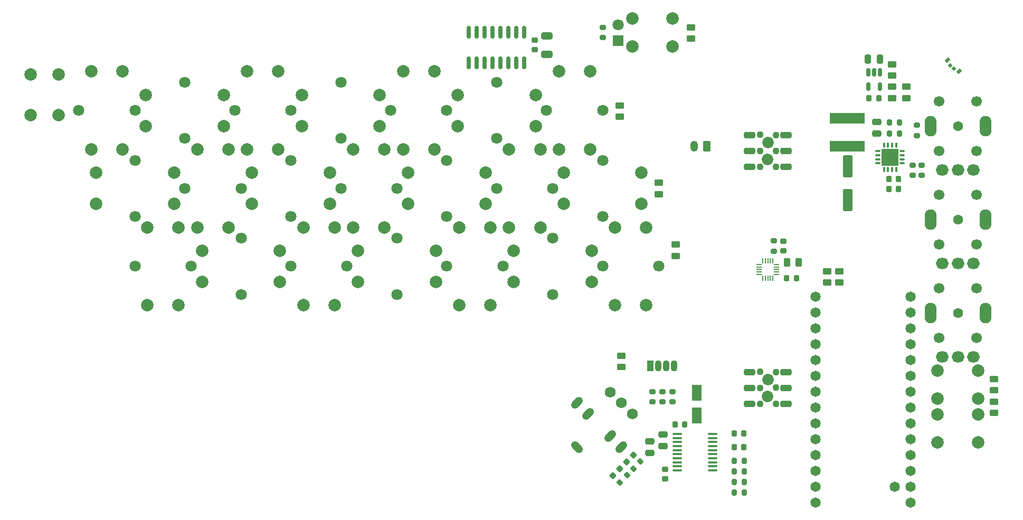
<source format=gbr>
%TF.GenerationSoftware,KiCad,Pcbnew,(6.0.10-0)*%
%TF.CreationDate,2024-12-15T11:01:57+01:00*%
%TF.ProjectId,MiniChord,4d696e69-4368-46f7-9264-2e6b69636164,rev?*%
%TF.SameCoordinates,Original*%
%TF.FileFunction,Soldermask,Top*%
%TF.FilePolarity,Negative*%
%FSLAX46Y46*%
G04 Gerber Fmt 4.6, Leading zero omitted, Abs format (unit mm)*
G04 Created by KiCad (PCBNEW (6.0.10-0)) date 2024-12-15 11:01:57*
%MOMM*%
%LPD*%
G01*
G04 APERTURE LIST*
G04 Aperture macros list*
%AMRoundRect*
0 Rectangle with rounded corners*
0 $1 Rounding radius*
0 $2 $3 $4 $5 $6 $7 $8 $9 X,Y pos of 4 corners*
0 Add a 4 corners polygon primitive as box body*
4,1,4,$2,$3,$4,$5,$6,$7,$8,$9,$2,$3,0*
0 Add four circle primitives for the rounded corners*
1,1,$1+$1,$2,$3*
1,1,$1+$1,$4,$5*
1,1,$1+$1,$6,$7*
1,1,$1+$1,$8,$9*
0 Add four rect primitives between the rounded corners*
20,1,$1+$1,$2,$3,$4,$5,0*
20,1,$1+$1,$4,$5,$6,$7,0*
20,1,$1+$1,$6,$7,$8,$9,0*
20,1,$1+$1,$8,$9,$2,$3,0*%
%AMHorizOval*
0 Thick line with rounded ends*
0 $1 width*
0 $2 $3 position (X,Y) of the first rounded end (center of the circle)*
0 $4 $5 position (X,Y) of the second rounded end (center of the circle)*
0 Add line between two ends*
20,1,$1,$2,$3,$4,$5,0*
0 Add two circle primitives to create the rounded ends*
1,1,$1,$2,$3*
1,1,$1,$4,$5*%
%AMFreePoly0*
4,1,14,0.354215,0.088284,0.450784,-0.008285,0.462500,-0.036569,0.462500,-0.060000,0.450784,-0.088284,0.422500,-0.100000,-0.422500,-0.100000,-0.450784,-0.088284,-0.462500,-0.060000,-0.462500,0.060000,-0.450784,0.088284,-0.422500,0.100000,0.325931,0.100000,0.354215,0.088284,0.354215,0.088284,$1*%
%AMFreePoly1*
4,1,14,0.450784,0.088284,0.462500,0.060000,0.462500,0.036569,0.450784,0.008285,0.354215,-0.088284,0.325931,-0.100000,-0.422500,-0.100000,-0.450784,-0.088284,-0.462500,-0.060000,-0.462500,0.060000,-0.450784,0.088284,-0.422500,0.100000,0.422500,0.100000,0.450784,0.088284,0.450784,0.088284,$1*%
%AMFreePoly2*
4,1,14,0.088284,0.450784,0.100000,0.422500,0.100000,-0.422500,0.088284,-0.450784,0.060000,-0.462500,-0.060000,-0.462500,-0.088284,-0.450784,-0.100000,-0.422500,-0.100000,0.325931,-0.088284,0.354215,0.008285,0.450784,0.036569,0.462500,0.060000,0.462500,0.088284,0.450784,0.088284,0.450784,$1*%
%AMFreePoly3*
4,1,14,-0.008285,0.450784,0.088284,0.354215,0.100000,0.325931,0.100000,-0.422500,0.088284,-0.450784,0.060000,-0.462500,-0.060000,-0.462500,-0.088284,-0.450784,-0.100000,-0.422500,-0.100000,0.422500,-0.088284,0.450784,-0.060000,0.462500,-0.036569,0.462500,-0.008285,0.450784,-0.008285,0.450784,$1*%
%AMFreePoly4*
4,1,14,0.450784,0.088284,0.462500,0.060000,0.462500,-0.060000,0.450784,-0.088284,0.422500,-0.100000,-0.325931,-0.100000,-0.354215,-0.088284,-0.450784,0.008285,-0.462500,0.036569,-0.462500,0.060000,-0.450784,0.088284,-0.422500,0.100000,0.422500,0.100000,0.450784,0.088284,0.450784,0.088284,$1*%
%AMFreePoly5*
4,1,14,0.450784,0.088284,0.462500,0.060000,0.462500,-0.060000,0.450784,-0.088284,0.422500,-0.100000,-0.422500,-0.100000,-0.450784,-0.088284,-0.462500,-0.060000,-0.462500,-0.036569,-0.450784,-0.008285,-0.354215,0.088284,-0.325931,0.100000,0.422500,0.100000,0.450784,0.088284,0.450784,0.088284,$1*%
%AMFreePoly6*
4,1,14,0.088284,0.450784,0.100000,0.422500,0.100000,-0.325931,0.088284,-0.354215,-0.008285,-0.450784,-0.036569,-0.462500,-0.060000,-0.462500,-0.088284,-0.450784,-0.100000,-0.422500,-0.100000,0.422500,-0.088284,0.450784,-0.060000,0.462500,0.060000,0.462500,0.088284,0.450784,0.088284,0.450784,$1*%
%AMFreePoly7*
4,1,14,0.088284,0.450784,0.100000,0.422500,0.100000,-0.422500,0.088284,-0.450784,0.060000,-0.462500,0.036569,-0.462500,0.008285,-0.450784,-0.088284,-0.354215,-0.100000,-0.325931,-0.100000,0.422500,-0.088284,0.450784,-0.060000,0.462500,0.060000,0.462500,0.088284,0.450784,0.088284,0.450784,$1*%
G04 Aperture macros list end*
%ADD10RoundRect,0.150000X0.150000X-0.825000X0.150000X0.825000X-0.150000X0.825000X-0.150000X-0.825000X0*%
%ADD11RoundRect,0.225000X-0.250000X0.225000X-0.250000X-0.225000X0.250000X-0.225000X0.250000X0.225000X0*%
%ADD12RoundRect,0.200000X-0.275000X0.200000X-0.275000X-0.200000X0.275000X-0.200000X0.275000X0.200000X0*%
%ADD13RoundRect,0.250000X-0.450000X0.262500X-0.450000X-0.262500X0.450000X-0.262500X0.450000X0.262500X0*%
%ADD14RoundRect,0.250000X-0.475000X0.250000X-0.475000X-0.250000X0.475000X-0.250000X0.475000X0.250000X0*%
%ADD15C,1.800000*%
%ADD16C,2.000000*%
%ADD17RoundRect,0.225000X-0.225000X-0.250000X0.225000X-0.250000X0.225000X0.250000X-0.225000X0.250000X0*%
%ADD18RoundRect,0.200000X-0.200000X-0.275000X0.200000X-0.275000X0.200000X0.275000X-0.200000X0.275000X0*%
%ADD19R,1.070000X1.800000*%
%ADD20O,1.070000X1.800000*%
%ADD21RoundRect,0.225000X0.017678X-0.335876X0.335876X-0.017678X-0.017678X0.335876X-0.335876X0.017678X0*%
%ADD22RoundRect,0.050000X0.388909X0.106066X0.106066X0.388909X-0.388909X-0.106066X-0.106066X-0.388909X0*%
%ADD23RoundRect,0.050000X0.300520X0.017678X0.017678X0.300520X-0.300520X-0.017678X-0.017678X-0.300520X0*%
%ADD24RoundRect,0.250000X0.475000X-0.250000X0.475000X0.250000X-0.475000X0.250000X-0.475000X-0.250000X0*%
%ADD25RoundRect,0.250000X0.450000X-0.262500X0.450000X0.262500X-0.450000X0.262500X-0.450000X-0.262500X0*%
%ADD26RoundRect,0.200000X0.275000X-0.200000X0.275000X0.200000X-0.275000X0.200000X-0.275000X-0.200000X0*%
%ADD27R,1.800000X1.800000*%
%ADD28RoundRect,0.225000X0.225000X0.250000X-0.225000X0.250000X-0.225000X-0.250000X0.225000X-0.250000X0*%
%ADD29RoundRect,0.250000X-0.250000X-0.475000X0.250000X-0.475000X0.250000X0.475000X-0.250000X0.475000X0*%
%ADD30C,1.700000*%
%ADD31C,1.600000*%
%ADD32O,1.900000X3.300000*%
%ADD33O,2.050000X1.800000*%
%ADD34RoundRect,0.250000X-0.550000X1.500000X-0.550000X-1.500000X0.550000X-1.500000X0.550000X1.500000X0*%
%ADD35RoundRect,0.250000X-0.262500X-0.450000X0.262500X-0.450000X0.262500X0.450000X-0.262500X0.450000X0*%
%ADD36RoundRect,0.200000X-0.053033X0.335876X-0.335876X0.053033X0.053033X-0.335876X0.335876X-0.053033X0*%
%ADD37RoundRect,0.150000X-0.150000X0.512500X-0.150000X-0.512500X0.150000X-0.512500X0.150000X0.512500X0*%
%ADD38C,1.100000*%
%ADD39C,1.850000*%
%ADD40RoundRect,0.255000X-0.635000X0.255000X-0.635000X-0.255000X0.635000X-0.255000X0.635000X0.255000X0*%
%ADD41RoundRect,0.250000X-0.650000X0.325000X-0.650000X-0.325000X0.650000X-0.325000X0.650000X0.325000X0*%
%ADD42RoundRect,0.087500X-0.325000X-0.087500X0.325000X-0.087500X0.325000X0.087500X-0.325000X0.087500X0*%
%ADD43RoundRect,0.087500X-0.087500X-0.325000X0.087500X-0.325000X0.087500X0.325000X-0.087500X0.325000X0*%
%ADD44R,2.700000X2.700000*%
%ADD45R,5.700000X1.700000*%
%ADD46RoundRect,0.200000X0.053033X-0.335876X0.335876X-0.053033X-0.053033X0.335876X-0.335876X0.053033X0*%
%ADD47RoundRect,0.200000X0.200000X0.275000X-0.200000X0.275000X-0.200000X-0.275000X0.200000X-0.275000X0*%
%ADD48C,1.750000*%
%ADD49HorizOval,1.200000X-0.353553X-0.353553X0.353553X0.353553X0*%
%ADD50HorizOval,1.200000X0.353553X-0.353553X-0.353553X0.353553X0*%
%ADD51HorizOval,1.200000X0.353553X0.353553X-0.353553X-0.353553X0*%
%ADD52RoundRect,0.100000X-0.637500X-0.100000X0.637500X-0.100000X0.637500X0.100000X-0.637500X0.100000X0*%
%ADD53RoundRect,0.250000X-0.550000X1.050000X-0.550000X-1.050000X0.550000X-1.050000X0.550000X1.050000X0*%
%ADD54RoundRect,0.225000X-0.017678X0.335876X-0.335876X0.017678X0.017678X-0.335876X0.335876X-0.017678X0*%
%ADD55FreePoly0,180.000000*%
%ADD56RoundRect,0.050000X0.412500X0.050000X-0.412500X0.050000X-0.412500X-0.050000X0.412500X-0.050000X0*%
%ADD57FreePoly1,180.000000*%
%ADD58FreePoly2,180.000000*%
%ADD59RoundRect,0.050000X0.050000X0.412500X-0.050000X0.412500X-0.050000X-0.412500X0.050000X-0.412500X0*%
%ADD60FreePoly3,180.000000*%
%ADD61FreePoly4,180.000000*%
%ADD62FreePoly5,180.000000*%
%ADD63FreePoly6,180.000000*%
%ADD64FreePoly7,180.000000*%
%ADD65RoundRect,0.250000X0.350000X0.625000X-0.350000X0.625000X-0.350000X-0.625000X0.350000X-0.625000X0*%
%ADD66O,1.200000X1.750000*%
%ADD67C,1.650000*%
G04 APERTURE END LIST*
D10*
%TO.C,U4*%
X88555000Y-77875000D03*
X89825000Y-77875000D03*
X91095000Y-77875000D03*
X92365000Y-77875000D03*
X93635000Y-77875000D03*
X94905000Y-77875000D03*
X96175000Y-77875000D03*
X97445000Y-77875000D03*
X97445000Y-72925000D03*
X96175000Y-72925000D03*
X94905000Y-72925000D03*
X93635000Y-72925000D03*
X92365000Y-72925000D03*
X91095000Y-72925000D03*
X89825000Y-72925000D03*
X88555000Y-72925000D03*
%TD*%
D11*
%TO.C,C7*%
X99100000Y-74225000D03*
X99100000Y-75775000D03*
%TD*%
D12*
%TO.C,R2*%
X159700000Y-94275000D03*
X159700000Y-95925000D03*
%TD*%
D13*
%TO.C,R13*%
X121700000Y-106987500D03*
X121700000Y-108812500D03*
%TD*%
D14*
%TO.C,C9*%
X119700000Y-137450000D03*
X119700000Y-139350000D03*
%TD*%
D15*
%TO.C,SW11*%
X77000000Y-98000000D03*
X68000000Y-98000000D03*
D16*
X75000000Y-91750000D03*
X75000000Y-104250000D03*
X70000000Y-91750000D03*
X70000000Y-104250000D03*
%TD*%
D17*
%TO.C,C11*%
X121625000Y-135900000D03*
X123175000Y-135900000D03*
%TD*%
D16*
%TO.C,SW26*%
X121250000Y-75250000D03*
X114750000Y-75250000D03*
X121250000Y-70750000D03*
X114750000Y-70750000D03*
%TD*%
D18*
%TO.C,R29*%
X131075000Y-145100000D03*
X132725000Y-145100000D03*
%TD*%
%TO.C,R27*%
X131075000Y-141700000D03*
X132725000Y-141700000D03*
%TD*%
D19*
%TO.C,D2*%
X117640000Y-126500000D03*
D20*
X118910000Y-126500000D03*
X120180000Y-126500000D03*
X121450000Y-126500000D03*
%TD*%
D12*
%TO.C,R7*%
X160400000Y-87875000D03*
X160400000Y-89525000D03*
%TD*%
D21*
%TO.C,C16*%
X111651992Y-144048008D03*
X112748008Y-142951992D03*
%TD*%
D15*
%TO.C,SW12*%
X85000000Y-93500000D03*
X85000000Y-102500000D03*
D16*
X91250000Y-100500000D03*
X78750000Y-100500000D03*
X91250000Y-95500000D03*
X78750000Y-95500000D03*
%TD*%
D15*
%TO.C,SW15*%
X35000000Y-110500000D03*
X44000000Y-110500000D03*
D16*
X42000000Y-104250000D03*
X42000000Y-116750000D03*
X37000000Y-104250000D03*
X37000000Y-116750000D03*
%TD*%
D22*
%TO.C,D3*%
X167146536Y-79257627D03*
D23*
X166315685Y-78815685D03*
X165750000Y-78250000D03*
D22*
X165308058Y-77419149D03*
%TD*%
D11*
%TO.C,C19*%
X139000000Y-106475000D03*
X139000000Y-108025000D03*
%TD*%
D24*
%TO.C,C4*%
X154000000Y-89250000D03*
X154000000Y-87350000D03*
%TD*%
D25*
%TO.C,R10*%
X148000000Y-113112500D03*
X148000000Y-111287500D03*
%TD*%
D26*
%TO.C,R15*%
X137500000Y-108075000D03*
X137500000Y-106425000D03*
%TD*%
D15*
%TO.C,SW10*%
X60000000Y-93500000D03*
X60000000Y-102500000D03*
D16*
X66250000Y-100500000D03*
X53750000Y-100500000D03*
X66250000Y-95500000D03*
X53750000Y-95500000D03*
%TD*%
D18*
%TO.C,R28*%
X131075000Y-143400000D03*
X132725000Y-143400000D03*
%TD*%
D25*
%TO.C,R1*%
X158700000Y-83520000D03*
X158700000Y-81695000D03*
%TD*%
D27*
%TO.C,D1*%
X112500000Y-74270000D03*
D15*
X112500000Y-71730000D03*
%TD*%
%TO.C,SW21*%
X110000000Y-110500000D03*
X119000000Y-110500000D03*
D16*
X117000000Y-104250000D03*
X117000000Y-116750000D03*
X112000000Y-104250000D03*
X112000000Y-116750000D03*
%TD*%
D13*
%TO.C,R12*%
X119000000Y-97087500D03*
X119000000Y-98912500D03*
%TD*%
%TO.C,R39*%
X172800000Y-132200000D03*
X172800000Y-134025000D03*
%TD*%
D12*
%TO.C,R37*%
X118000000Y-130575000D03*
X118000000Y-132225000D03*
%TD*%
D15*
%TO.C,SW6*%
X93000000Y-81000000D03*
X93000000Y-90000000D03*
D16*
X99250000Y-88000000D03*
X86750000Y-88000000D03*
X99250000Y-83000000D03*
X86750000Y-83000000D03*
%TD*%
D15*
%TO.C,SW14*%
X110000000Y-102500000D03*
X110000000Y-93500000D03*
D16*
X116250000Y-100500000D03*
X103750000Y-100500000D03*
X116250000Y-95500000D03*
X103750000Y-95500000D03*
%TD*%
D15*
%TO.C,SW2*%
X43000000Y-90000000D03*
X43000000Y-81000000D03*
D16*
X49250000Y-88000000D03*
X36750000Y-88000000D03*
X49250000Y-83000000D03*
X36750000Y-83000000D03*
%TD*%
D12*
%TO.C,R35*%
X121200000Y-130575000D03*
X121200000Y-132225000D03*
%TD*%
D28*
%TO.C,C1*%
X157475000Y-98100000D03*
X155925000Y-98100000D03*
%TD*%
D15*
%TO.C,SW17*%
X60000000Y-110500000D03*
X69000000Y-110500000D03*
D16*
X67000000Y-104250000D03*
X67000000Y-116750000D03*
X62000000Y-104250000D03*
X62000000Y-116750000D03*
%TD*%
D29*
%TO.C,C18*%
X152550000Y-77307500D03*
X154450000Y-77307500D03*
%TD*%
D30*
%TO.C,RV3*%
X170000000Y-84030000D03*
X170000000Y-92030000D03*
X164000000Y-84030000D03*
D31*
X167000000Y-88030000D03*
D32*
X171400000Y-88030000D03*
D30*
X164000000Y-92030000D03*
D32*
X162600000Y-88030000D03*
D33*
X164500000Y-95030000D03*
X167000000Y-95030000D03*
X169500000Y-95030000D03*
%TD*%
D34*
%TO.C,C5*%
X149300000Y-94500000D03*
X149300000Y-99900000D03*
%TD*%
D35*
%TO.C,R14*%
X139587500Y-109900000D03*
X141412500Y-109900000D03*
%TD*%
D15*
%TO.C,SW13*%
X102000000Y-98000000D03*
X93000000Y-98000000D03*
D16*
X100000000Y-91750000D03*
X100000000Y-104250000D03*
X95000000Y-91750000D03*
X95000000Y-104250000D03*
%TD*%
%TO.C,SW24*%
X170250000Y-131750000D03*
X163750000Y-131750000D03*
X170250000Y-127250000D03*
X163750000Y-127250000D03*
%TD*%
D17*
%TO.C,C13*%
X131125000Y-139500000D03*
X132675000Y-139500000D03*
%TD*%
D36*
%TO.C,R32*%
X116083363Y-141816637D03*
X114916637Y-142983363D03*
%TD*%
D15*
%TO.C,SW18*%
X77000000Y-115000000D03*
X77000000Y-106000000D03*
D16*
X83250000Y-113000000D03*
X70750000Y-113000000D03*
X83250000Y-108000000D03*
X70750000Y-108000000D03*
%TD*%
D37*
%TO.C,U3*%
X154500000Y-79388750D03*
X153550000Y-79388750D03*
X152600000Y-79388750D03*
X152600000Y-81663750D03*
X154500000Y-81663750D03*
%TD*%
D15*
%TO.C,SW16*%
X52000000Y-115000000D03*
X52000000Y-106000000D03*
D16*
X58250000Y-113000000D03*
X45750000Y-113000000D03*
X58250000Y-108000000D03*
X45750000Y-108000000D03*
%TD*%
D13*
%TO.C,R16*%
X113000000Y-124837500D03*
X113000000Y-126662500D03*
%TD*%
D15*
%TO.C,SW20*%
X102000000Y-106000000D03*
X102000000Y-115000000D03*
D16*
X108250000Y-113000000D03*
X95750000Y-113000000D03*
X108250000Y-108000000D03*
X95750000Y-108000000D03*
%TD*%
D28*
%TO.C,C3*%
X157475000Y-96500000D03*
X155925000Y-96500000D03*
%TD*%
D38*
%TO.C,J1*%
X137800000Y-89450000D03*
X135230000Y-94540000D03*
X135250000Y-89400000D03*
X137825000Y-91975000D03*
D39*
X136450000Y-93350000D03*
D38*
X137770000Y-94540000D03*
X135230000Y-92000000D03*
D39*
X136500000Y-90625000D03*
D40*
X139410000Y-89470000D03*
X139410000Y-92000000D03*
X139410000Y-94540000D03*
X133590000Y-89460000D03*
X133590000Y-92000000D03*
X133590000Y-94540000D03*
%TD*%
D41*
%TO.C,C6*%
X101100000Y-73525000D03*
X101100000Y-76475000D03*
%TD*%
D12*
%TO.C,R34*%
X110000000Y-72175000D03*
X110000000Y-73825000D03*
%TD*%
D13*
%TO.C,R8*%
X156400000Y-81695000D03*
X156400000Y-83520000D03*
%TD*%
D30*
%TO.C,RV2*%
X170000000Y-99030000D03*
D32*
X171400000Y-103030000D03*
D30*
X164000000Y-107030000D03*
D31*
X167000000Y-103030000D03*
D30*
X170000000Y-107030000D03*
D32*
X162600000Y-103030000D03*
D30*
X164000000Y-99030000D03*
D33*
X164500000Y-110030000D03*
X167000000Y-110030000D03*
X169500000Y-110030000D03*
%TD*%
D13*
%TO.C,R4*%
X156400000Y-78095000D03*
X156400000Y-79920000D03*
%TD*%
D15*
%TO.C,SW4*%
X68000000Y-81000000D03*
X68000000Y-90000000D03*
D16*
X74250000Y-88000000D03*
X61750000Y-88000000D03*
X74250000Y-83000000D03*
X61750000Y-83000000D03*
%TD*%
%TO.C,SW22*%
X22750000Y-79750000D03*
X22750000Y-86250000D03*
X18250000Y-79750000D03*
X18250000Y-86250000D03*
%TD*%
D42*
%TO.C,U2*%
X154137500Y-92025000D03*
X154137500Y-92675000D03*
X154137500Y-93325000D03*
X154137500Y-93975000D03*
D43*
X155125000Y-94962500D03*
X155775000Y-94962500D03*
X156425000Y-94962500D03*
X157075000Y-94962500D03*
D42*
X158062500Y-93975000D03*
X158062500Y-93325000D03*
X158062500Y-92675000D03*
X158062500Y-92025000D03*
D43*
X157075000Y-91037500D03*
X156425000Y-91037500D03*
X155775000Y-91037500D03*
X155125000Y-91037500D03*
D44*
X156100000Y-93000000D03*
%TD*%
D45*
%TO.C,L1*%
X149200000Y-86750000D03*
X149200000Y-91250000D03*
%TD*%
D39*
%TO.C,J4*%
X136450000Y-131350000D03*
D38*
X137800000Y-127450000D03*
X137825000Y-129975000D03*
X135230000Y-130000000D03*
X137770000Y-132540000D03*
X135230000Y-132540000D03*
X135250000Y-127400000D03*
D39*
X136500000Y-128625000D03*
D40*
X139410000Y-127470000D03*
X139410000Y-130000000D03*
X139410000Y-132540000D03*
X133590000Y-127460000D03*
X133590000Y-130000000D03*
X133590000Y-132540000D03*
%TD*%
D15*
%TO.C,SW5*%
X76000000Y-85500000D03*
X85000000Y-85500000D03*
D16*
X83000000Y-79250000D03*
X83000000Y-91750000D03*
X78000000Y-79250000D03*
X78000000Y-91750000D03*
%TD*%
D15*
%TO.C,SW19*%
X85000000Y-110500000D03*
X94000000Y-110500000D03*
D16*
X92000000Y-104250000D03*
X92000000Y-116750000D03*
X87000000Y-104250000D03*
X87000000Y-116750000D03*
%TD*%
D15*
%TO.C,SW9*%
X43000000Y-98000000D03*
X52000000Y-98000000D03*
D16*
X50000000Y-91750000D03*
X50000000Y-104250000D03*
X45000000Y-91750000D03*
X45000000Y-104250000D03*
%TD*%
D46*
%TO.C,R31*%
X112733274Y-145166726D03*
X113900000Y-144000000D03*
%TD*%
D31*
%TO.C,RV1*%
X167000000Y-118000000D03*
D32*
X162600000Y-118000000D03*
D30*
X170000000Y-122000000D03*
X164000000Y-114000000D03*
X164000000Y-122000000D03*
D32*
X171400000Y-118000000D03*
D30*
X170000000Y-114000000D03*
D33*
X164500000Y-125000000D03*
X167000000Y-125000000D03*
X169500000Y-125000000D03*
%TD*%
D17*
%TO.C,C2*%
X152725000Y-83507500D03*
X154275000Y-83507500D03*
%TD*%
D25*
%TO.C,R9*%
X146000000Y-113112500D03*
X146000000Y-111287500D03*
%TD*%
D47*
%TO.C,R6*%
X157625000Y-87400000D03*
X155975000Y-87400000D03*
%TD*%
D15*
%TO.C,SW7*%
X110000000Y-85500000D03*
X101000000Y-85500000D03*
D16*
X108000000Y-79250000D03*
X108000000Y-91750000D03*
X103000000Y-79250000D03*
X103000000Y-91750000D03*
%TD*%
D15*
%TO.C,SW3*%
X51000000Y-85500000D03*
X60000000Y-85500000D03*
D16*
X58000000Y-79250000D03*
X58000000Y-91750000D03*
X53000000Y-79250000D03*
X53000000Y-91750000D03*
%TD*%
D25*
%TO.C,R38*%
X172800000Y-130400000D03*
X172800000Y-128575000D03*
%TD*%
D18*
%TO.C,R30*%
X131075000Y-146800000D03*
X132725000Y-146800000D03*
%TD*%
D48*
%TO.C,J2*%
X114738835Y-134196699D03*
X112971068Y-132428932D03*
X111203301Y-130661165D03*
D49*
X105900000Y-132428932D03*
X107667767Y-134196699D03*
D50*
X105900000Y-139500000D03*
D51*
X112971068Y-139500000D03*
X111203301Y-137732233D03*
%TD*%
D25*
%TO.C,R40*%
X124200000Y-73987500D03*
X124200000Y-72162500D03*
%TD*%
D52*
%TO.C,U5*%
X121937500Y-137375000D03*
X121937500Y-138025000D03*
X121937500Y-138675000D03*
X121937500Y-139325000D03*
X121937500Y-139975000D03*
X121937500Y-140625000D03*
X121937500Y-141275000D03*
X121937500Y-141925000D03*
X121937500Y-142575000D03*
X121937500Y-143225000D03*
X127662500Y-143225000D03*
X127662500Y-142575000D03*
X127662500Y-141925000D03*
X127662500Y-141275000D03*
X127662500Y-140625000D03*
X127662500Y-139975000D03*
X127662500Y-139325000D03*
X127662500Y-138675000D03*
X127662500Y-138025000D03*
X127662500Y-137375000D03*
%TD*%
D15*
%TO.C,SW1*%
X26000000Y-85500000D03*
X35000000Y-85500000D03*
D16*
X33000000Y-79250000D03*
X33000000Y-91750000D03*
X28000000Y-79250000D03*
X28000000Y-91750000D03*
%TD*%
D17*
%TO.C,C8*%
X139525000Y-112400000D03*
X141075000Y-112400000D03*
%TD*%
D11*
%TO.C,C14*%
X120000000Y-143025000D03*
X120000000Y-144575000D03*
%TD*%
D47*
%TO.C,R5*%
X157625000Y-89200000D03*
X155975000Y-89200000D03*
%TD*%
D53*
%TO.C,C15*%
X125100000Y-130800000D03*
X125100000Y-134400000D03*
%TD*%
D12*
%TO.C,R36*%
X119600000Y-130575000D03*
X119600000Y-132225000D03*
%TD*%
D14*
%TO.C,C10*%
X117600000Y-138550000D03*
X117600000Y-140450000D03*
%TD*%
D25*
%TO.C,R11*%
X112700000Y-86512500D03*
X112700000Y-84687500D03*
%TD*%
D54*
%TO.C,C17*%
X114948008Y-140751992D03*
X113851992Y-141848008D03*
%TD*%
D55*
%TO.C,U6*%
X137887500Y-111800000D03*
D56*
X137887500Y-111400000D03*
X137887500Y-111000000D03*
X137887500Y-110600000D03*
D57*
X137887500Y-110200000D03*
D58*
X137300000Y-109612500D03*
D59*
X136900000Y-109612500D03*
X136500000Y-109612500D03*
X136100000Y-109612500D03*
D60*
X135700000Y-109612500D03*
D61*
X135112500Y-110200000D03*
D56*
X135112500Y-110600000D03*
X135112500Y-111000000D03*
X135112500Y-111400000D03*
D62*
X135112500Y-111800000D03*
D63*
X135700000Y-112387500D03*
D59*
X136100000Y-112387500D03*
X136500000Y-112387500D03*
X136900000Y-112387500D03*
D64*
X137300000Y-112387500D03*
%TD*%
D16*
%TO.C,SW25*%
X163750000Y-134250000D03*
X170250000Y-134250000D03*
X163750000Y-138750000D03*
X170250000Y-138750000D03*
%TD*%
D15*
%TO.C,SW8*%
X35000000Y-93500000D03*
X35000000Y-102500000D03*
D16*
X41250000Y-100500000D03*
X28750000Y-100500000D03*
X41250000Y-95500000D03*
X28750000Y-95500000D03*
%TD*%
D12*
%TO.C,R3*%
X161200000Y-94275000D03*
X161200000Y-95925000D03*
%TD*%
D17*
%TO.C,C12*%
X131125000Y-137300000D03*
X132675000Y-137300000D03*
%TD*%
D65*
%TO.C,J3*%
X126700000Y-91255000D03*
D66*
X124700000Y-91255000D03*
%TD*%
D67*
%TO.C,U1*%
X144130000Y-148375000D03*
X144130000Y-145835000D03*
X144130000Y-143295000D03*
X144130000Y-140755000D03*
X144130000Y-138215000D03*
X144130000Y-135675000D03*
X144130000Y-133135000D03*
X144130000Y-130595000D03*
X144130000Y-128055000D03*
X144130000Y-125515000D03*
X144130000Y-122975000D03*
X144130000Y-120435000D03*
X144130000Y-117895000D03*
X144130000Y-115355000D03*
X159370000Y-115355000D03*
X159370000Y-117895000D03*
X159370000Y-120435000D03*
X159370000Y-122975000D03*
X159370000Y-125515000D03*
X159370000Y-128055000D03*
X159370000Y-130595000D03*
X159370000Y-133135000D03*
X159370000Y-135675000D03*
X159370000Y-138215000D03*
X159370000Y-140755000D03*
X159370000Y-143295000D03*
X159370000Y-145835000D03*
X159370000Y-148375000D03*
X156830000Y-145835000D03*
%TD*%
M02*

</source>
